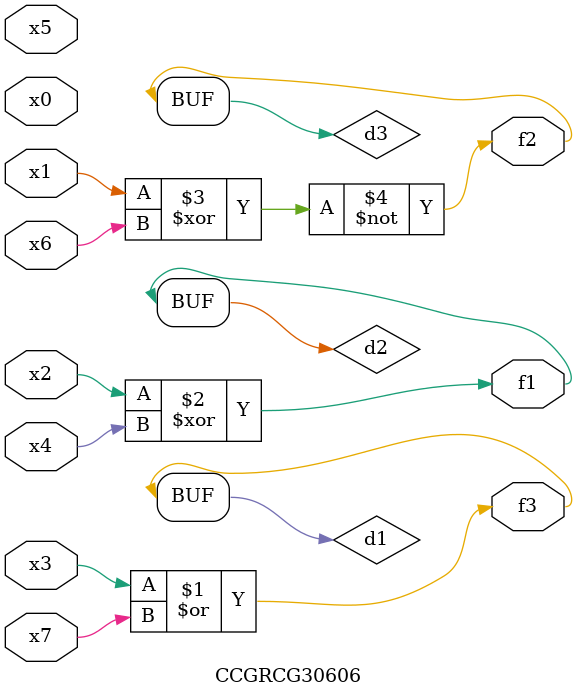
<source format=v>
module CCGRCG30606(
	input x0, x1, x2, x3, x4, x5, x6, x7,
	output f1, f2, f3
);

	wire d1, d2, d3;

	or (d1, x3, x7);
	xor (d2, x2, x4);
	xnor (d3, x1, x6);
	assign f1 = d2;
	assign f2 = d3;
	assign f3 = d1;
endmodule

</source>
